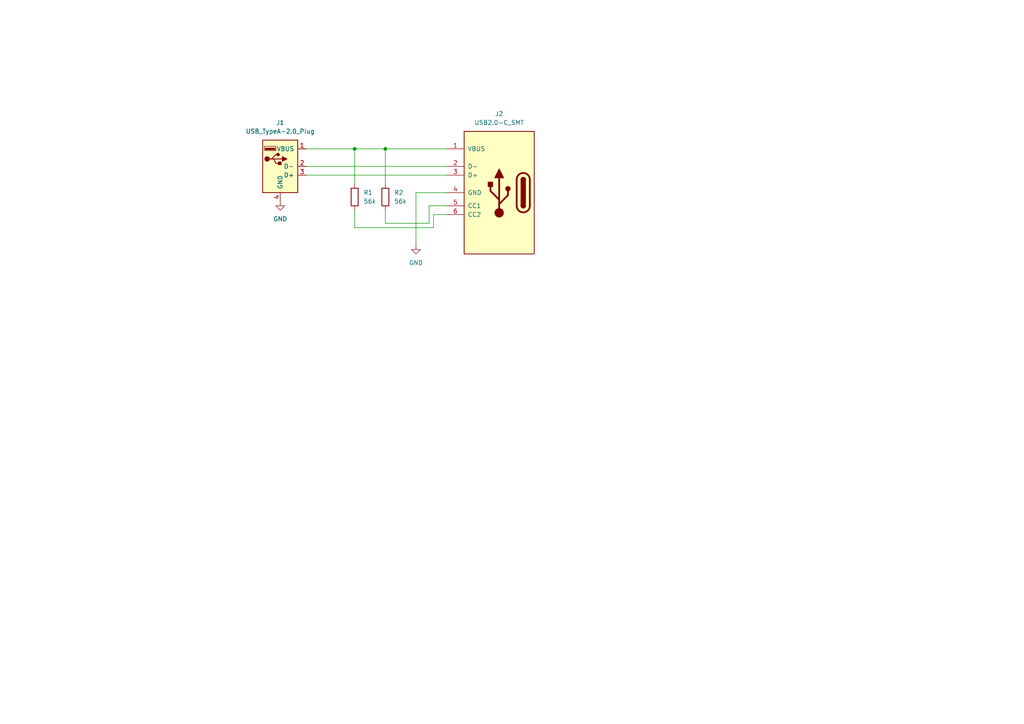
<source format=kicad_sch>
(kicad_sch (version 20231120) (generator "eeschema") (generator_version "8.0")
  (paper "A4")
  (lib_symbols
    (symbol "74th_Interface:USB_TypeA-2.0_Plug" (pin_names (offset 1.016))
      (property "Reference" "J" (at -5.08 11.43 0))
      (property "Value" "USB_TypeA-2.0_Plug" (at -5.08 8.89 0))
      (symbol "USB_TypeA-2.0_Plug_0_1"
        (rectangle (start -5.08 -7.62) (end 5.08 7.62) (stroke (width 0.254)) (fill (type background)))
        (circle (center -3.81 2.159) (radius 0.635) (stroke (width 0.254)) (fill (type outline)))
        (rectangle (start -1.524 4.826) (end -4.318 5.334) (fill (type outline)))
        (rectangle (start -1.27 4.572) (end -4.572 5.842))
        (circle (center -0.635 3.429) (radius 0.381) (stroke (width 0.254)) (fill (type outline)))
        (polyline (pts (xy -3.175 2.159) (xy -2.54 2.159) (xy -1.27 3.429) (xy -0.635 3.429)) (stroke (width 0.254)))
        (polyline (pts (xy -2.54 2.159) (xy -1.905 2.159) (xy -1.27 0.889) (xy 0 0.889)) (stroke (width 0.254)))
        (polyline (pts (xy 0.635 2.794) (xy 0.635 1.524) (xy 1.905 2.159) (xy 0.635 2.794)) (stroke (width 0.254)) (fill (type outline)))
        (rectangle (start 0.254 1.27) (end -0.508 0.508) (stroke (width 0.254)) (fill (type outline)))
      )
      (symbol "USB_TypeA-2.0_Plug_1_1"
        (polyline (pts (xy -1.905 2.159) (xy 0.635 2.159)) (stroke (width 0.254)))
        (pin power_in line (at 7.62 5.08 180) (length 2.54) (name "VBUS") (number "1"))
        (pin bidirectional line (at 7.62 0 180) (length 2.54) (name "D-") (number "2"))
        (pin bidirectional line (at 7.62 -2.54 180) (length 2.54) (name "D+") (number "3"))
        (pin power_in line (at 0 -10.16 90) (length 2.54) (name "GND") (number "4"))
      )
    )
    (symbol "74th_Interface:USB_TypeC-2.0_Receptacle" (pin_names (offset 1.016))
      (property "Reference" "J" (at -10.16 19.05 0))
      (property "Value" "USB2.0-C_SMT" (at 15.24 19.05 0))
      (symbol "USB_TypeC-2.0_Receptacle_0_1"
        (rectangle (start -10.16 17.78) (end 10.16 -17.78) (stroke (width 0.254)) (fill (type background)))
        (arc (start -8.89 -3.81) (mid -6.985 -5.7067) (end -5.08 -3.81) (stroke (width 0.508)))
        (arc (start -7.62 -3.81) (mid -6.985 -4.4423) (end -6.35 -3.81) (stroke (width 0.254)))
        (arc (start -7.62 -3.81) (mid -6.985 -4.4423) (end -6.35 -3.81) (stroke (width 0.254)) (fill (type outline)))
        (rectangle (start -7.62 -3.81) (end -6.35 3.81) (stroke (width 0.254)) (fill (type outline)))
        (arc (start -6.35 3.81) (mid -6.985 4.4423) (end -7.62 3.81) (stroke (width 0.254)))
        (arc (start -6.35 3.81) (mid -6.985 4.4423) (end -7.62 3.81) (stroke (width 0.254)) (fill (type outline)))
        (arc (start -5.08 3.81) (mid -6.985 5.7067) (end -8.89 3.81) (stroke (width 0.508)))
        (circle (center -2.54 1.143) (radius 0.635) (stroke (width 0.254)) (fill (type outline)))
        (circle (center 0 -5.842) (radius 1.27) (fill (type outline)))
        (polyline (pts (xy -8.89 -3.81) (xy -8.89 3.81)) (stroke (width 0.508)))
        (polyline (pts (xy -5.08 3.81) (xy -5.08 -3.81)) (stroke (width 0.508)))
        (polyline (pts (xy 0 -5.842) (xy 0 4.318)) (stroke (width 0.508)))
        (polyline (pts (xy 0 -3.302) (xy -2.54 -0.762) (xy -2.54 0.508)) (stroke (width 0.508)))
        (polyline (pts (xy 0 -2.032) (xy 2.54 0.508) (xy 2.54 1.778)) (stroke (width 0.508)))
        (polyline (pts (xy -1.27 4.318) (xy 0 6.858) (xy 1.27 4.318) (xy -1.27 4.318)) (stroke (width 0.254)) (fill (type outline)))
        (rectangle (start 1.905 1.778) (end 3.175 3.048) (stroke (width 0.254)) (fill (type outline)))
      )
      (symbol "USB_TypeC-2.0_Receptacle_1_1"
        (pin power_out line (at 15.24 12.7 180) (length 5.08) (name "VBUS") (number "1"))
        (pin bidirectional line (at 15.24 7.62 180) (length 5.08) (name "D-") (number "2"))
        (pin bidirectional line (at 15.24 5.08 180) (length 5.08) (name "D+") (number "3"))
        (pin power_out line (at 15.24 0 180) (length 5.08) (name "GND") (number "4"))
        (pin input line (at 15.24 -3.81 180) (length 5.08) (name "CC1") (number "5"))
        (pin input line (at 15.24 -6.35 180) (length 5.08) (name "CC2") (number "6"))
      )
    )
    (symbol "Device:R" (pin_numbers hide) (pin_names (offset 0))
      (property "Reference" "R" (at 2.032 0 90))
      (property "Value" "R" (at 0 0 90))
      (symbol "R_0_1"
        (rectangle (start -1.016 -2.54) (end 1.016 2.54) (stroke (width 0.254)))
      )
      (symbol "R_1_1"
        (pin passive line (at 0 3.81 270) (length 1.27) (name "~") (number "1"))
        (pin passive line (at 0 -3.81 90) (length 1.27) (name "~") (number "2"))
      )
    )
    (symbol "power:GND" (power) (pin_numbers hide) (pin_names (offset 0) hide)
      (property "Value" "GND" (at 0 -3.81 0))
      (symbol "GND_0_1"
        (polyline (pts (xy 0 0) (xy 0 -1.27) (xy 1.27 -1.27) (xy 0 -2.54) (xy -1.27 -1.27) (xy 0 -1.27)))
      )
      (symbol "GND_1_1"
        (pin power_in line (at 0 0 270) (length 0) (name "~") (number "1"))
      )
    )
  )
  (junction (at 111.76 43.18))
  (junction (at 102.87 43.18))
  (wire (pts (xy 88.9 50.8) (xy 129.54 50.8)))
  (wire (pts (xy 111.76 64.77) (xy 124.46 64.77)))
  (wire (pts (xy 111.76 43.18) (xy 111.76 53.34)))
  (wire (pts (xy 125.73 66.04) (xy 125.73 62.23)))
  (wire (pts (xy 125.73 62.23) (xy 129.54 62.23)))
  (wire (pts (xy 124.46 59.69) (xy 129.54 59.69)))
  (wire (pts (xy 102.87 66.04) (xy 102.87 60.96)))
  (wire (pts (xy 111.76 43.18) (xy 129.54 43.18)))
  (wire (pts (xy 111.76 64.77) (xy 111.76 60.96)))
  (wire (pts (xy 120.65 55.88) (xy 129.54 55.88)))
  (wire (pts (xy 120.65 71.12) (xy 120.65 55.88)))
  (wire (pts (xy 88.9 48.26) (xy 129.54 48.26)))
  (wire (pts (xy 102.87 43.18) (xy 102.87 53.34)))
  (wire (pts (xy 102.87 66.04) (xy 125.73 66.04)))
  (wire (pts (xy 88.9 43.18) (xy 102.87 43.18)))
  (wire (pts (xy 102.87 43.18) (xy 111.76 43.18)))
  (wire (pts (xy 124.46 64.77) (xy 124.46 59.69)))
  (symbol (lib_id "74th_Interface:USB_TypeC-2.0_Receptacle") (at 144.78 55.88 0) (mirror y) (unit 1)
    (property "Reference" "J2" (at 144.78 33.02 0))
    (property "Value" "USB2.0-C_SMT" (at 144.78 35.56 0))
    (property "Footprint" "74th:Connector_USB-C-Receptacle_SMT_12-Pin_Simple" (effects (hide yes)))
    (property "Datasheet" "https://www.usb.org/sites/default/files/documents/usb_type-c.zip" (effects (hide yes)))
    (property "Description" "USB 2.0-only Type-C Plug connector" (effects (hide yes)))
  )
  (symbol (lib_id "power:GND") (at 120.65 71.12 0) (unit 1)
    (property "Reference" "#PWR02" (effects (hide yes)))
    (property "Value" "GND" (at 120.65 76.2 0))
    (property "Description" "Power symbol creates a global label with name \"GND\" , ground" (effects (hide yes)))
  )
  (symbol (lib_id "power:GND") (at 81.28 58.42 0) (unit 1)
    (property "Reference" "#PWR01" (effects (hide yes)))
    (property "Value" "GND" (at 81.28 63.5 0))
    (property "Description" "Power symbol creates a global label with name \"GND\" , ground" (effects (hide yes)))
  )
  (symbol (lib_id "74th_Interface:USB_TypeA-2.0_Plug") (at 81.28 48.26 0) (unit 1)
    (property "Reference" "J1" (at 81.28 35.56 0))
    (property "Value" "USB_TypeA-2.0_Plug" (at 81.28 38.1 0))
    (property "Footprint" "74th:Connector_USB-A-Plug_TH" (effects (hide yes)))
    (property "Description" "USB Type A connector" (effects (hide yes)))
  )
  (symbol (lib_id "Device:R") (at 102.87 57.15 0) (unit 1)
    (property "Reference" "R1" (at 105.41 55.8799 0) (effects (justify left)))
    (property "Value" "56k" (at 105.41 58.4199 0) (effects (justify left)))
    (property "Footprint" "74th:Register_0805_2012" (effects (hide yes)))
    (property "Description" "Resistor" (effects (hide yes)))
  )
  (symbol (lib_id "Device:R") (at 111.76 57.15 0) (unit 1)
    (property "Reference" "R2" (at 114.3 55.8799 0) (effects (justify left)))
    (property "Value" "56k" (at 114.3 58.4199 0) (effects (justify left)))
    (property "Footprint" "74th:Register_0805_2012" (effects (hide yes)))
    (property "Description" "Resistor" (effects (hide yes)))
  )
)
</source>
